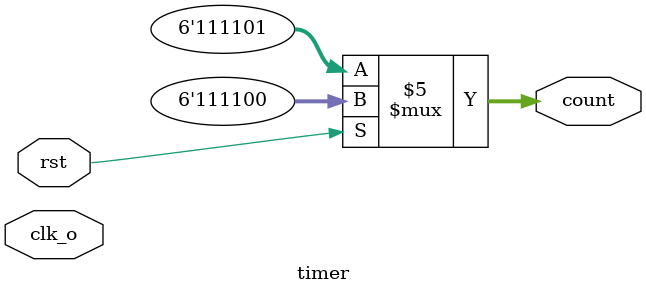
<source format=v>
`timescale 1ns / 1ps


module timer(
    input clk_o,
    input rst,
    output reg [5:0] count
    );
    always @(clk_o)
    begin
    count = 6'b111100;
    if(rst == 1)
        count <= 6'b111100;
    else
        count <= count + 1;
    end
endmodule

</source>
